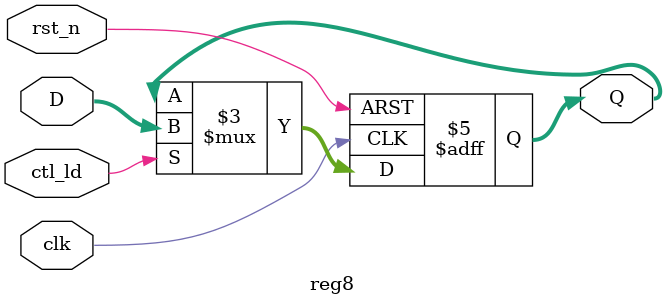
<source format=sv>
module reg8 (
input	wire		rst_n,
input	wire		clk,
input	wire	[7:0]	D,
input	wire		ctl_ld,
output	reg	[7:0]	Q
	);

	always@(posedge clk, negedge rst_n) begin
		if (!rst_n) begin
			Q <= 8'b0;		
		end
		else begin
			if (ctl_ld) begin
				Q <= D;
			end	
		end
	end


endmodule
</source>
